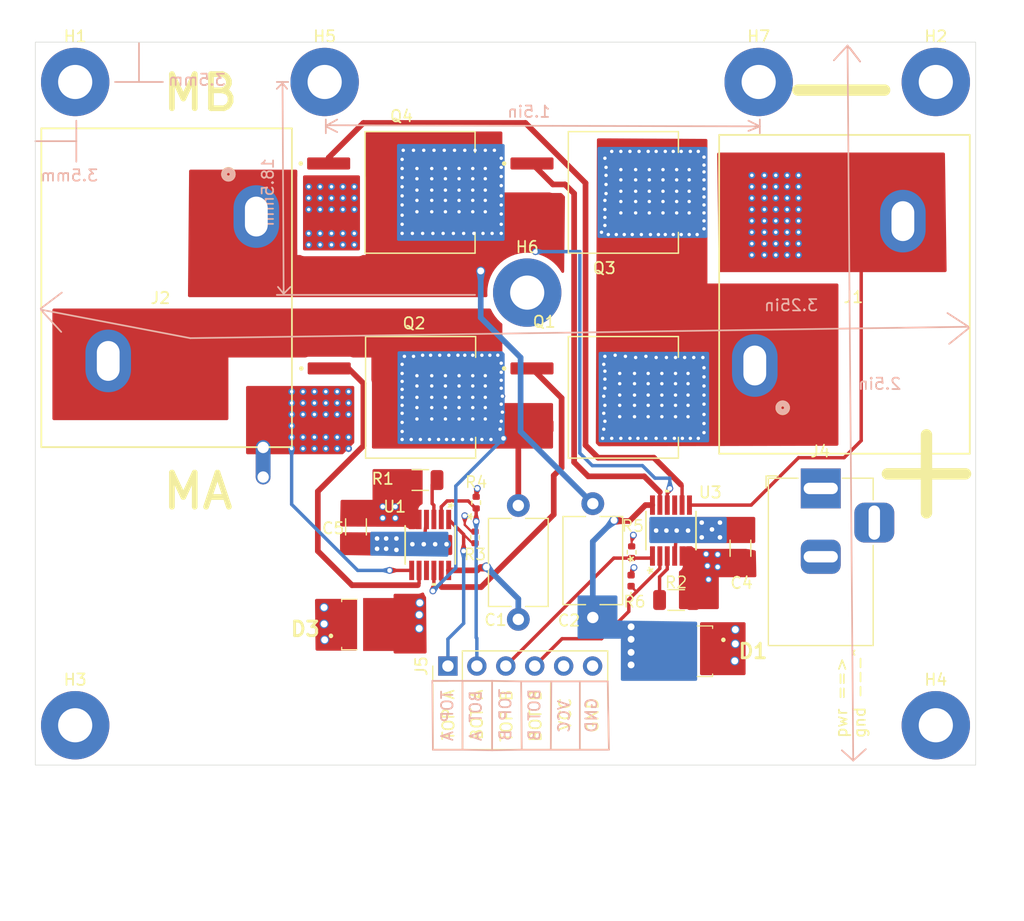
<source format=kicad_pcb>
(kicad_pcb (version 20240108) (generator "pcbnew") (generator_version "8.0")
  (layers (0 "F.Cu" signal) (1 "In1.Cu" signal) (2 "In2.Cu" signal) (31 "B.Cu" signal) (34 "B.Paste" user) (35 "F.Paste" user) (36 "B.SilkS" user "B.Silkscreen") (37 "F.SilkS" user "F.Silkscreen") (38 "B.Mask" user) (39 "F.Mask" user) (44 "Edge.Cuts" user))
  (net 0 "")
  (net 1 "SW1")
  (net 2 "SW2")
  (net 3 "GNDPWR")
  (net 4 "VIN")
  (net 5 "VCC")
  (net 6 "GND")
  (net 7 "Net-(Q1-G)")
  (net 8 "Net-(Q2-G)")
  (net 9 "Net-(Q3-G)")
  (net 10 "Net-(Q4-G)")
  (net 11 "Net-(U1-*FLT)")
  (net 12 "Net-(U3-*FLT)")
  (net 15 "TOPINB")
  (net 16 "BOTINB")
  (net 17 "TOPINA")
  (net 18 "BOTINA")
  (net 19 "BST_A")
  (net 20 "BST_B")
  (footprint "big_hbridge_fp:CONN_4DB-P108-02_TEC" (layer "F.Cu") (at 60.157671 36.022415 90)
    (property "Reference" "J1")
    (property "Value" "Screw_Terminal_01x02")
  )
  (footprint "Resistor_SMD:R_1206_3216Metric" (layer "F.Cu") (at 33.799999 38.462499)
    (property "Reference" "R1")
    (property "Value" "51k")
  )
  (footprint "Connector_BarrelJack:BarrelJack_Horizontal" (layer "F.Cu") (at 68.95 39.2 90)
    (property "Reference" "J4")
    (property "Value" "Barrel_Jack")
  )
  (footprint "Capacitor_THT:C_Disc_D7.5mm_W5.0mm_P10.00mm" (layer "F.Cu") (at 48.937501 50.537501 90)
    (property "Reference" "C2")
    (property "Value" "1uF")
  )
  (footprint "Resistor_SMD:R_0402_1005Metric" (layer "F.Cu") (at 38.7 40.445 90)
    (property "Reference" "R4")
    (property "Value" "100k")
  )
  (footprint "Connector_PinHeader_2.54mm:PinHeader_1x06_P2.54mm_Vertical" (layer "F.Cu") (at 36.22 54.8 90)
    (property "Reference" "J5")
    (property "Value" "Conn_01x06")
  )
  (footprint "big_hbridge_fp:FSV10120V" (layer "F.Cu") (at 56.5 53.5 180)
    (property "Reference" "D1")
    (property "Value" "FSV10120V" (hide yes))
  )
  (footprint "big_hbridge_fp:MSOP12_MSE_ADI-M" (layer "F.Cu") (at 34.662499 44.162499 -90)
    (property "Reference" "U1")
    (property "Value" "LTC7061EMSE-PBF")
  )
  (footprint "Capacitor_SMD:C_1206_3216Metric" (layer "F.Cu") (at 28.15 42.575 90)
    (property "Reference" "C5")
    (property "Value" "0.1uF")
  )
  (footprint "MountingHole:MountingHole_3mm_Pad" (layer "F.Cu") (at 3.5 60)
    (property "Reference" "H3")
    (property "Value" "MountingHole")
  )
  (footprint "big_hbridge_fp:TO254P1524X483-3N" (layer "F.Cu") (at 32.15 13.2)
    (property "Reference" "Q4")
    (property "Value" "NMOS")
  )
  (footprint "big_hbridge_fp:FSV10120V" (layer "F.Cu") (at 29.85 51.15)
    (property "Reference" "D3")
    (property "Value" "FSV10120V" (hide yes))
  )
  (footprint "Capacitor_THT:C_Disc_D7.5mm_W5.0mm_P10.00mm" (layer "F.Cu") (at 42.4 50.7 90)
    (property "Reference" "C1")
    (property "Value" "1uF")
  )
  (footprint "big_hbridge_fp:TO254P1524X483-3N" (layer "F.Cu") (at 50 31.2)
    (property "Reference" "Q1")
    (property "Value" "NMOS")
  )
  (footprint "MountingHole:MountingHole_3mm_Pad" (layer "F.Cu") (at 79.05 3.5)
    (property "Reference" "H2")
    (property "Value" "MountingHole")
  )
  (footprint "Resistor_SMD:R_1206_3216Metric" (layer "F.Cu") (at 56.2625 49 180)
    (property "Reference" "R2")
    (property "Value" "51k")
  )
  (footprint "LED_SMD:LED_0402_1005Metric" (layer "F.Cu") (at 52.3 47.3 90)
    (property "Reference" "R6")
    (property "Value" "100k")
  )
  (footprint "Capacitor_SMD:C_1206_3216Metric" (layer "F.Cu") (at 61.9 44.45 -90)
    (property "Reference" "C4")
    (property "Value" "0.1uF")
  )
  (footprint "MountingHole:MountingHole_3mm_Pad" (layer "F.Cu") (at 3.5 3.5)
    (property "Reference" "H1")
    (property "Value" "MountingHole")
  )
  (footprint "big_hbridge_fp:MSOP12_MSE_ADI-M" (layer "F.Cu") (at 55.8 42.9 90)
    (property "Reference" "U3")
    (property "Value" "~")
  )
  (footprint "big_hbridge_fp:TO254P1524X483-3N" (layer "F.Cu") (at 32.2 31.2)
    (property "Reference" "Q2")
    (property "Value" "NMOS")
  )
  (footprint "big_hbridge_fp:CONN_4DB-P108-02_TEC" (layer "F.Cu") (at 22.4 7.7 -90)
    (property "Reference" "J2")
    (property "Value" "Screw_Terminal_01x02")
  )
  (footprint "MountingHole:MountingHole_3mm_Pad" (layer "F.Cu") (at 79.05 60)
    (property "Reference" "H4")
    (property "Value" "MountingHole")
  )
  (footprint "big_hbridge_fp:TO254P1524X483-3N" (layer "F.Cu") (at 50 13.2)
    (property "Reference" "Q3")
    (property "Value" "NMOS")
  )
  (footprint "MountingHole:MountingHole_3mm_Pad" (layer "F.Cu") (at 63.5 3.5)
    (property "Reference" "H7")
    (property "Value" "MountingHole")
  )
  (footprint "MountingHole:MountingHole_3mm_Pad" (layer "F.Cu") (at 43.18 22)
    (property "Reference" "H6")
    (property "Value" "MountingHole")
  )
  (footprint "Resistor_SMD:R_0402_1005Metric" (layer "F.Cu") (at 38.6 43.5 90)
    (property "Reference" "R3")
    (property "Value" "100k")
  )
  (footprint "Resistor_SMD:R_0402_1005Metric" (layer "F.Cu") (at 52.35 44.8 90)
    (property "Reference" "R5")
    (property "Value" "100k")
  )
  (footprint "MountingHole:MountingHole_3mm_Pad" (layer "F.Cu") (at 25.4 3.5)
    (property "Reference" "H5")
    (property "Value" "MountingHole")
  )
  (footprint "NetTie:NetTie-2_THT_Pad1.0mm" (layer "F.Cu") (at 20 38.2 90)
    (property "Reference" "NT1" (hide yes))
    (property "Value" "NetTie_2" (hide yes))
  )
  (gr_line (start 71.8 63.1) (end 72.9 62.1) (stroke (width 0.15)) (layer "B.SilkS"))
  (gr_line (start 21.8 22.1) (end 21.3 21.5) (stroke (width 0.15)) (layer "B.SilkS"))
  (gr_line (start 9.1 3.5) (end 9.1 0.1) (stroke (width 0.15)) (layer "B.SilkS"))
  (gr_line (start 21.2 22.2) (end 38.6 22.2) (stroke (width 0.15)) (layer "B.SilkS"))
  (gr_line (start 63.6 8) (end 63.6 6.8) (stroke (width 0.15)) (layer "B.SilkS"))
  (gr_line (start 7 3.5) (end 11.2 3.5) (stroke (width 0.15)) (layer "B.SilkS"))
  (gr_line (start 21.7 3.5) (end 21.8 22.1) (stroke (width 0.15)) (layer "B.SilkS"))
  (gr_line (start 72.4 1.7) (end 71.3 0.3) (stroke (width 0.15)) (layer "B.SilkS"))
  (gr_line (start 71.5 0.5) (end 72.4 1.7) (stroke (width 0.15)) (layer "B.SilkS"))
  (gr_line (start 34.85 56.1) (end 34.9 62.15) (stroke (width 0.15)) (layer "B.SilkS"))
  (gr_line (start 42.7 62.15) (end 42.65 56.15) (stroke (width 0.15)) (layer "B.SilkS"))
  (gr_line (start 37.5 56.1) (end 40.1 56.1) (stroke (width 0.15)) (layer "B.SilkS"))
  (gr_line (start 40.1 62.2) (end 37.5 62.15) (stroke (width 0.15)) (layer "B.SilkS"))
  (gr_line (start 34.85 56.1) (end 37.5 56.1) (stroke (width 0.15)) (layer "B.SilkS"))
  (gr_line (start 63.6 7.4) (end 62.6 6.9) (stroke (width 0.15)) (layer "B.SilkS"))
  (gr_line (start 22.2 3.5) (end 21.2 3.5) (stroke (width 0.15)) (layer "B.SilkS"))
  (gr_line (start 71.8 63.1) (end 71.3 0.3) (stroke (width 0.15)) (layer "B.SilkS"))
  (gr_line (start 70.1 1.6) (end 71.3 0.3) (stroke (width 0.15)) (layer "B.SilkS"))
  (gr_line (start 50.35 62.15) (end 47.8 62.15) (stroke (width 0.15)) (layer "B.SilkS"))
  (gr_line (start 37.5 62.15) (end 37.5 56.1) (stroke (width 0.15)) (layer "B.SilkS"))
  (gr_line (start 13.6 26) (end 81.9 25) (stroke (width 0.15)) (layer "B.SilkS"))
  (gr_line (start 40.1 56.1) (end 40.1 62.2) (stroke (width 0.15)) (layer "B.SilkS"))
  (gr_line (start 13.6 26) (end 0.5 23.5) (stroke (width 0.15)) (layer "B.SilkS"))
  (gr_line (start 21.7 3.6) (end 22.1 4.1) (stroke (width 0.15)) (layer "B.SilkS"))
  (gr_line (start 25.5 7.4) (end 26.5 7.9) (stroke (width 0.15)) (layer "B.SilkS"))
  (gr_line (start 25.5 7.3) (end 63.6 7.4) (stroke (width 0.15)) (layer "B.SilkS"))
  (gr_line (start 21.8 22.1) (end 22.4 21.5) (stroke (width 0.15)) (layer "B.SilkS"))
  (gr_line (start 40.1 56.1) (end 42.65 56.15) (stroke (width 0.15)) (layer "B.SilkS"))
  (gr_line (start 34.9 62.15) (end 37.5 62.15) (stroke (width 0.15)) (layer "B.SilkS"))
  (gr_line (start 47.8 56.15) (end 50.25 56.15) (stroke (width 0.15)) (layer "B.SilkS"))
  (gr_line (start 0.475 23.4) (end 2.325 22) (stroke (width 0.15)) (layer "B.SilkS"))
  (gr_line (start 0.525 23.55) (end 2.275 25.45) (stroke (width 0.15)) (layer "B.SilkS"))
  (gr_line (start 45.3 56.15) (end 45.25 62.15) (stroke (width 0.15)) (layer "B.SilkS"))
  (gr_line (start 45.3 56.15) (end 47.8 56.15) (stroke (width 0.15)) (layer "B.SilkS"))
  (gr_line (start 42.65 56.15) (end 45.3 56.15) (stroke (width 0.15)) (layer "B.SilkS"))
  (gr_line (start 50.25 56.15) (end 50.35 62.15) (stroke (width 0.15)) (layer "B.SilkS"))
  (gr_line (start 25.6 7.3) (end 26.5 6.8) (stroke (width 0.15)) (layer "B.SilkS"))
  (gr_line (start 25.5 8) (end 25.5 6.8) (stroke (width 0.15)) (layer "B.SilkS"))
  (gr_line (start 81.975 25.1) (end 80.225 26.5) (stroke (width 0.15)) (layer "B.SilkS"))
  (gr_line (start 21.7 3.6) (end 21.2 4.1) (stroke (width 0.15)) (layer "B.SilkS"))
  (gr_line (start 45.25 62.15) (end 47.85 62.15) (stroke (width 0.15)) (layer "B.SilkS"))
  (gr_line (start 71.8 63.1) (end 70.8 62.2) (stroke (width 0.15)) (layer "B.SilkS"))
  (gr_line (start 47.8 62.15) (end 47.8 56.15) (stroke (width 0.15)) (layer "B.SilkS"))
  (gr_line (start 63.6 7.4) (end 62.6 7.8) (stroke (width 0.15)) (layer "B.SilkS"))
  (gr_line (start 3.6 6.9) (end 3.6 10.5) (stroke (width 0.15)) (layer "B.SilkS"))
  (gr_line (start 45.25 62.15) (end 42.7 62.15) (stroke (width 0.15)) (layer "B.SilkS"))
  (gr_line (start 40.1 62.2) (end 42.7 62.15) (stroke (width 0.15)) (layer "B.SilkS"))
  (gr_line (start 81.925 25) (end 80.075 23.8) (stroke (width 0.15)) (layer "B.SilkS"))
  (gr_line (start 3.6 8.7) (end 0 8.7) (stroke (width 0.15)) (layer "B.SilkS"))
  (gr_line (start 45.25 62.15) (end 47.8 62.15) (stroke (width 0.15)) (layer "F.SilkS"))
  (gr_line (start 42.7 62.15) (end 42.65 56.3) (stroke (width 0.15)) (layer "F.SilkS"))
  (gr_line (start 45.25 62.05) (end 45.25 56.3) (stroke (width 0.15)) (layer "F.SilkS"))
  (gr_line (start 34.89 56.4) (end 34.9 62.15) (stroke (width 0.15)) (layer "F.SilkS"))
  (gr_line (start 40.1 62.15) (end 40.1 56.3) (stroke (width 0.15)) (layer "F.SilkS"))
  (gr_line (start 37.5 62.15) (end 34.9 62.15) (stroke (width 0.15)) (layer "F.SilkS"))
  (gr_line (start 47.8 62.15) (end 47.8 56.3) (stroke (width 0.15)) (layer "F.SilkS"))
  (gr_line (start 42.7 62.15) (end 45.25 62.15) (stroke (width 0.15)) (layer "F.SilkS"))
  (gr_line (start 50.35 62.15) (end 50.25 56.3) (stroke (width 0.15)) (layer "F.SilkS"))
  (gr_line (start 47.8 62.15) (end 50.35 62.15) (stroke (width 0.15)) (layer "F.SilkS"))
  (gr_line (start 37.5 62.15) (end 40.1 62.15) (stroke (width 0.15)) (layer "F.SilkS"))
  (gr_line (start 37.49 56.3) (end 37.5 62.15) (stroke (width 0.15)) (layer "F.SilkS"))
  (gr_line (start 40.1 62.15) (end 42.7 62.15) (stroke (width 0.15)) (layer "F.SilkS"))
  (gr_rect (start 0 0) (end 82.55 63.5) (stroke (width 0.05)) (fill none) (layer "Edge.Cuts"))
  (gr_text "3.5mm" (at 16.8 3.9 0) (layer "B.SilkS") (effects (font (size 1 1)) (justify left bottom mirror)))
  (gr_text "TOP A" (at 36.75 56.85 90) (layer "B.SilkS") (effects (font (size 1 1)) (justify left bottom mirror)))
  (gr_text "VCC" (at 47 57.7 90) (layer "B.SilkS") (effects (font (size 1 1)) (justify left bottom mirror)))
  (gr_text "TOP B" (at 41.85 56.7 90) (layer "B.SilkS") (effects (font (size 1 1)) (justify left bottom mirror)))
  (gr_text "3.5mm\n" (at 5.6 12.3 0) (layer "B.SilkS") (effects (font (size 1 1)) (justify left bottom mirror)))
  (gr_text "3.25in" (at 68.8 23.7 0) (layer "B.SilkS") (effects (font (size 1 1)) (justify left bottom mirror)))
  (gr_text "1.5in" (at 45.3 6.7 0) (layer "B.SilkS") (effects (font (size 1 1)) (justify left bottom mirror)))
  (gr_text "GND" (at 49.4 57.5 90) (layer "B.SilkS") (effects (font (size 1 1)) (justify left bottom mirror)))
  (gr_text "BOT B" (at 44.4 56.7 90) (layer "B.SilkS") (effects (font (size 1 1)) (justify left bottom mirror)))
  (gr_text "18.5mm\n" (at 21 10.1 90) (layer "B.SilkS") (effects (font (size 1 1)) (justify left bottom mirror)))
  (gr_text "BOT A" (at 39.25 56.85 90) (layer "B.SilkS") (effects (font (size 1 1)) (justify left bottom mirror)))
  (gr_text "2.5in" (at 76.1 30.6 0) (layer "B.SilkS") (effects (font (size 1 1)) (justify left bottom mirror)))
  (gr_text "VCC" (at 47.1 60.55 90) (layer "F.SilkS") (effects (font (size 1 1)) (justify left bottom)))
  (gr_text "TOP B" (at 41.95 61.55 90) (layer "F.SilkS") (effects (font (size 1 1)) (justify left bottom)))
  (gr_text "\npwr ==>\ngnd ---^" (at 72.95 61.2 90) (layer "F.SilkS") (effects (font (size 1 1)) (justify left bottom)))
  (gr_text "BOT B" (at 44.5 61.55 90) (layer "F.SilkS") (effects (font (size 1 1)) (justify left bottom)))
  (gr_text "TOP A" (at 36.85 61.4 90) (layer "F.SilkS") (effects (font (size 1 1)) (justify left bottom)))
  (gr_text "GND" (at 49.5 60.75 90) (layer "F.SilkS") (effects (font (size 1 1)) (justify left bottom)))
  (gr_text "MA" (at 10.95 41.2 0) (layer "F.SilkS") (effects (font (size 3 3) (thickness 0.5) (bold yes)) (justify left bottom)))
  (gr_text "+" (at 72 42.5 0) (layer "F.SilkS") (effects (font (size 9 9) (thickness 1) (bold yes)) (justify left bottom)))
  (gr_text "-" (at 63.9 9.3 0) (layer "F.SilkS") (effects (font (size 10 10) (thickness 1)) (justify left bottom)))
  (gr_text "MB" (at 10.95 6.2 0) (layer "F.SilkS") (effects (font (size 3 3) (thickness 0.5) (bold yes)) (justify left bottom)))
  (gr_text "BOT A" (at 39.35 61.4 90) (layer "F.SilkS") (effects (font (size 1 1)) (justify left bottom)))
  (segment (start 34.987497 46.397699) (end 34.987497 48.112503) (width 0.3) (layer "F.Cu") (net 1))
  (segment (start 34.987497 48.112503) (end 34.9 48.2) (width 0.3) (layer "F.Cu") (net 1))
  (segment (start 42.4 40.7) (end 42.4 35.2) (width 0.5) (layer "F.Cu") (net 1))
  (via (at 38.4 33.1) (size 0.5) (drill 0.3) (layers "F.Cu" "B.Cu") (net 1))
  (via (at 33.5 30.2) (size 0.5) (drill 0.3) (layers "F.Cu" "B.Cu") (net 1))
  (via (at 32.2 34.2) (size 0.5) (drill 0.3) (layers "F.Cu" "B.Cu") (net 1))
  (via (at 38.4 29.3) (size 0.5) (drill 0.3) (layers "F.Cu" "B.Cu") (net 1))
  (via (at 34.8 32.1) (size 0.5) (drill 0.3) (layers "F.Cu" "B.Cu") (net 1))
  (via (at 39.5 29.3) (size 0.5) (drill 0.3) (layers "F.Cu" "B.Cu") (net 1))
  (via (at 39.5 33.1) (size 0.5) (drill 0.3) (layers "F.Cu" "B.Cu") (net 1))
  (via (at 37.1 27.5) (size 0.5) (drill 0.3) (layers "F.Cu" "B.Cu") (net 1))
  (via (at 37.2 29.3) (size 0.5) (drill 0.3) (layers "F.Cu" "B.Cu") (net 1))
  (via (at 32.2 33.4) (size 0.5) (drill 0.3) (layers "F.Cu" "B.Cu") (net 1))
  (via (at 39.9 27.5) (size 0.5) (drill 0.3) (layers "F.Cu" "B.Cu") (net 1))
  (via (at 32.2 29.8) (size 0.5) (drill 0.3) (layers "F.Cu" "B.Cu") (net 1))
  (via (at 38.4 31.2) (size 0.5) (drill 0.3) (layers "F.Cu" "B.Cu") (net 1))
  (via (at 40.9 29) (size 0.5) (drill 0.3) (layers "F.Cu" "B.Cu") (net 1))
  (via (at 33.8 34.9) (size 0.5) (drill 0.3) (layers "F.Cu" "B.Cu") (net 1))
  (via (at 39.5 30.2) (size 0.5) (drill 0.3) (layers "F.Cu" "B.Cu") (net 1))
  (via (at 33.2 27.6) (size 0.5) (drill 0.3) (layers "F.Cu" "B.Cu") (net 1))
  (via (at 40.9 29.7) (size 0.5) (drill 0.3) (layers "F.Cu" "B.Cu") (net 1))
  (via (at 39.5 31.2) (size 0.5) (drill 0.3) (layers "F.Cu" "B.Cu") (net 1))
  (via (at 41 32.5) (size 0.5) (drill 0.3) (layers "F.Cu" "B.Cu") (net 1))
  (via (at 37.5 34.9) (size 0.5) (drill 0.3) (layers "F.Cu" "B.Cu") (net 1))
  (via (at 35.5 27.5) (size 0.5) (drill 0.3) (layers "F.Cu" "B.Cu") (net 1))
  (via (at 32.2 34.9) (size 0.5) (drill 0.3) (layers "F.Cu" "B.Cu") (net 1))
  (via (at 34.6 34.9) (size 0.5) (drill 0.3) (layers "F.Cu" "B.Cu") (net 1))
  (via (at 40.9 28.2) (size 0.5) (drill 0.3) (layers "F.Cu" "B.Cu") (net 1))
  (via (at 36 29.3) (size 0.5) (drill 0.3) (layers "F.Cu" "B.Cu") (net 1))
  (via (at 39.2 34.9) (size 0.5) (drill 0.3) (layers "F.Cu" "B.Cu") (net 1))
  (via (at 34.8 33.1) (size 0.5) (drill 0.3) (layers "F.Cu" "B.Cu") (net 1))
  (via (at 36 32.1) (size 0.5) (drill 0.3) (layers "F.Cu" "B.Cu") (net 1))
  (via (at 34.9 48.2) (size 0.6) (drill 0.4) (layers "F.Cu" "B.Cu") (net 1))
  (via (at 33.5 29.3) (size 0.5) (drill 0.3) (layers "F.Cu" "B.Cu") (net 1))
  (via (at 32.2 31.9) (size 0.5) (drill 0.3) (layers "F.Cu" "B.Cu") (net 1))
  (via (at 32.2 31.2) (size 0.5) (drill 0.3) (layers "F.Cu" "B.Cu") (net 1))
  (via (at 37.2 32.1) (size 0.5) (drill 0.3) (layers "F.Cu" "B.Cu") (net 1))
  (via (at 37.2 33.1) (size 0.5) (drill 0.3) (layers "F.Cu" "B.Cu") (net 1))
  (via (at 33.5 31.2) (size 0.5) (drill 0.3) (layers "F.Cu" "B.Cu") (net 1))
  (via (at 41.1 34.8) (size 0.6) (drill 0.4) (layers "F.Cu" "B.Cu") (net 1))
  (via (at 39.2 27.5) (size 0.5) (drill 0.3) (layers "F.Cu" "B.Cu") (net 1))
  (via (at 35.4 34.9) (size 0.5) (drill 0.3) (layers "F.Cu" "B.Cu") (net 1))
  (via (at 33 34.9) (size 0.5) (drill 0.3) (layers "F.Cu" "B.Cu") (net 1))
  (via (at 34 27.5) (size 0.5) (drill 0.3) (layers "F.Cu" "B.Cu") (net 1))
  (via (at 32.4 27.6) (size 0.5) (drill 0.3) (layers "F.Cu" "B.Cu") (net 1))
  (via (at 32.2 32.6) (size 0.5) (drill 0.3) (layers "F.Cu" "B.Cu") (net 1))
  (via (at 33.5 32.1) (size 0.5) (drill 0.3) (layers "F.Cu" "B.Cu") (net 1))
  (via (at 36.7 34.9) (size 0.5) (drill 0.3) (layers "F.Cu" "B.Cu") (net 1))
  (via (at 40.6 27.5) (size 0.5) (drill 0.3) (layers "F.Cu" "B.Cu") (net 1))
  (via (at 36 31.2) (size 0.5) (drill 0.3) (layers "F.Cu" "B.Cu") (net 1))
  (via (at 34.8 29.3) (size 0.5) (drill 0.3) (layers "F.Cu" "B.Cu") (net 1))
  (via (at 36.1 34.9) (size 0.5) (drill 0.3) (layers "F.Cu" "B.Cu") (net 1))
  (via (at 37.2 31.2) (size 0.5) (drill 0.3) (layers "F.Cu" "B.Cu") (net 1))
  (via (at 32.2 30.5) (size 0.5) (drill 0.3) (layers "F.Cu" "B.Cu") (net 1))
  (via (at 41 31.1) (size 0.5) (drill 0.3) (layers "F.Cu" "B.Cu") (net 1))
  (via (at 40.9 30.4) (size 0.5) (drill 0.3) (layers "F.Cu" "B.Cu") (net 1))
  (via (at 40.9 31.8) (size 0.5) (drill 0.3) (layers "F.Cu" "B.Cu") (net 1))
  (via (at 38.3 34.9) (size 0.5) (drill 0.3) (layers "F.Cu" "B.Cu") (net 1))
  (via (at 34.7 27.5) (size 0.5) (drill 0.3) (layers "F.Cu" "B.Cu") (net 1))
  (via (at 38.4 30.2) (size 0.5) (drill 0.3) (layers "F.Cu" "B.Cu") (net 1))
  (via (at 40.8 34) (size 0.5) (drill 0.3) (layers "F.Cu" "B.Cu") (net 1))
  (via (at 38.4 27.5) (size 0.5) (drill 0.3) (layers "F.Cu" "B.Cu") (net 1))
  (via (at 32.2 28.3) (size 0.5) (drill 0.3) (layers "F.Cu" "B.Cu") (net 1))
  (via (at 38.4 32.1) (size 0.5) (drill 0.3) (layers "F.Cu" "B.Cu") (net 1))
  (via (at 39.5 32.1) (size 0.5) (drill 0.3) (layers "F.Cu" "B.Cu") (net 1))
  (via (at 34.8 31.2) (size 0.5) (drill 0.3) (layers "F.Cu" "B.Cu") (net 1))
  (via (at 37.2 30.2) (size 0.5) (drill 0.3) (layers "F.Cu" "B.Cu") (net 1))
  (via (at 34.8 30.2) (size 0.5) (drill 0.3) (layers "F.Cu" "B.Cu") (net 1))
  (via (at 40.9 33.3) (size 0.5) (drill 0.3) (layers "F.Cu" "B.Cu") (net 1))
  (via (at 32.2 29.1) (size 0.5) (drill 0.3) (layers "F.Cu" "B.Cu") (net 1))
  (via (at 37.7 27.5) (size 0.5) (drill 0.3) (layers "F.Cu" "B.Cu") (net 1))
  (via (at 36 30.2) (size 0.5) (drill 0.3) (layers "F.Cu" "B.Cu") (net 1))
  (via (at 36 33.1) (size 0.5) (drill 0.3) (layers "F.Cu" "B.Cu") (net 1))
  (via (at 40 34.9) (size 0.5) (drill 0.3) (layers "F.Cu" "B.Cu") (net 1))
  (via (at 36.3 27.5) (size 0.5) (drill 0.3) (layers "F.Cu" "B.Cu") (net 1))
  (via (at 33.5 33.1) (size 0.5) (drill 0.3) (layers "F.Cu" "B.Cu") (net 1))
  (segment (start 34.9 48.2) (end 36.912499 46.187501) (width 0.3) (layer "B.Cu") (net 1))
  (segment (start 36.912499 38.987501) (end 41.1 34.8) (width 0.3) (layer "B.Cu") (net 1))
  (segment (start 36.912499 46.187501) (end 36.912499 38.987501) (width 0.3) (layer "B.Cu") (net 1))
  (segment (start 55.475002 40.6648) (end 55.475002 39.424998) (width 0.3) (layer "F.Cu") (net 2))
  (segment (start 55.475002 39.424998) (end 55.7 39.2) (width 0.3) (layer "F.Cu") (net 2))
  (via (at 39.5 9.5) (size 0.5) (drill 0.3) (layers "F.Cu" "B.Cu") (net 2))
  (via (at 39.5 12) (size 0.5) (drill 0.3) (layers "F.Cu" "B.Cu") (net 2))
  (via (at 40.9 11) (size 0.5) (drill 0.3) (layers "F.Cu" "B.Cu") (net 2))
  (via (at 33.2 9.5) (size 0.5) (drill 0.3) (layers "F.Cu" "B.Cu") (net 2))
  (via (at 32.2 16) (size 0.5) (drill 0.3) (layers "F.Cu" "B.Cu") (net 2))
  (via (at 34.9 16.8) (size 0.5) (drill 0.3) (layers "F.Cu" "B.Cu") (net 2))
  (via (at 37.6 16.8) (size 0.5) (drill 0.3) (layers "F.Cu" "B.Cu") (net 2))
  (via (at 36 13) (size 0.5) (drill 0.3) (layers "F.Cu" "B.Cu") (net 2))
  (via (at 37.2 13) (size 0.5) (drill 0.3) (layers "F.Cu" "B.Cu") (net 2))
  (via (at 38.4 13) (size 0.5) (drill 0.3) (layers "F.Cu" "B.Cu") (net 2))
  (via (at 38.4 12) (size 0.5) (drill 0.3) (layers "F.Cu" "B.Cu") (net 2))
  (via (at 38.4 14.9) (size 0.5) (drill 0.3) (layers "F.Cu" "B.Cu") (net 2))
  (via (at 33.1 16.8) (size 0.5) (drill 0.3) (layers "F.Cu" "B.Cu") (net 2))
  (via (at 32.3 9.5) (size 0.5) (drill 0.3) (layers "F.Cu" "B.Cu") (net 2))
  (via (at 40.9 13.5) (size 0.5) (drill 0.3) (layers "F.Cu" "B.Cu") (net 2))
  (via (at 34 16.8) (size 0.5) (drill 0.3) (layers "F.Cu" "B.Cu") (net 2))
  (via (at 40.9 10.2) (size 0.5) (drill 0.3) (layers "F.Cu" "B.Cu") (net 2))
  (via (at 34.1 9.5) (size 0.5) (drill 0.3) (layers "F.Cu" "B.Cu") (net 2))
  (via (at 36.8 9.5) (size 0.5) (drill 0.3) (layers "F.Cu" "B.Cu") (net 2))
  (via (at 39.1 20.1) (size 0.8) (drill 0.6) (layers "F.Cu" "B.Cu") (net 2))
  (via (at 40.9 15.1) (size 0.5) (drill 0.3) (layers "F.Cu" "B.Cu") (net 2))
  (via (at 40.3 9.5) (size 0.5) (drill 0.3) (layers "F.Cu" "B.Cu") (net 2))
  (via (at 39.5 14.9) (size 0.5) (drill 0.3) (layers "F.Cu" "B.Cu") (net 2))
  (via (at 33.5 12) (size 0.5) (drill 0.3) (layers "F.Cu" "B.Cu") (net 2))
  (via (at 40.9 16) (size 0.5) (drill 0.3) (layers "F.Cu" "B.Cu") (net 2))
  (via (at 34.8 13) (size 0.5) (drill 0.3) (layers "F.Cu" "B.Cu") (net 2))
  (via (at 32.2 13.5) (size 0.5) (drill 0.3) (layers "F.Cu" "B.Cu") (net 2))
  (via (at 38.5 16.8) (size 0.5) (drill 0.3) (layers "F.Cu" "B.Cu") (net 2))
  (via (at 32.2 15.2) (size 0.5) (drill 0.3) (layers "F.Cu" "B.Cu") (net 2))
  (via (at 39.3 16.8) (size 0.5) (drill 0.3) (layers "F.Cu" "B.Cu") (net 2))
  (via (at 32.2 11.1) (size 0.5) (drill 0.3) (layers "F.Cu" "B.Cu") (net 2))
  (via (at 32.2 10.3) (size 0.5) (drill 0.3) (layers "F.Cu" "B.Cu") (net 2))
  (via (at 40.9 12.6) (size 0.5) (drill 0.3) (layers "F.Cu" "B.Cu") (net 2))
  (via (at 34.8 13.9) (size 0.5) (drill 0.3) (layers "F.Cu" "B.Cu") (net 2))
  (via (at 39.5 13) (size 0.5) (drill 0.3) (layers "F.Cu" "B.Cu") (net 2))
  (via (at 39.5 13.9) (size 0.5) (drill 0.3) (layers "F.Cu" "B.Cu") (net 2))
  (via (at 37.2 14.9) (size 0.5) (drill 0.3) (layers "F.Cu" "B.Cu") (net 2))
  (via (at 38.4 11.1) (size 0.5) (drill 0.3) (layers "F.Cu" "B.Cu") (net 2))
  (via (at 55.7 39.2) (size 0.6) (drill 0.4) (layers "F.Cu" "B.Cu") (net 2))
  (via (at 40.9 16.8) (size 0.5) (drill 0.3) (layers "F.Cu" "B.Cu") (net 2))
  (via (at 36 11.1) (size 0.5) (drill 0.3) (layers "F.Cu" "B.Cu") (net 2))
  (via (at 35 9.5) (size 0.5) (drill 0.3) (layers "F.Cu" "B.Cu") (net 2))
  (via (at 32.2 11.9) (size 0.5) (drill 0.3) (layers "F.Cu" "B.Cu") (net 2))
  (via (at 33.5 11.1) (size 0.5) (drill 0.3) (layers "F.Cu" "B.Cu") (net 2))
  (via (at 36.7 16.8) (size 0.5) (drill 0.3) (layers "F.Cu" "B.Cu") (net 2))
  (via (at 38.4 13.9) (size 0.5) (drill 0.3) (layers "F.Cu" "B.Cu") (net 2))
  (via (at 33.5 13.9) (size 0.5) (drill 0.3) (layers "F.Cu" "B.Cu") (net 2))
  (via (at 32.2 16.8) (size 0.5) (drill 0.3) (layers "F.Cu" "B.Cu") (net 2))
  (via (at 32.2 14.3) (size 0.5) (drill 0.3) (layers "F.Cu" "B.Cu") (net 2))
  (via (at 34.8 11.1) (size 0.5) (drill 0.3) (layers "F.Cu" "B.Cu") (net 2))
  (via (at 40.1 16.8) (size 0.5) (drill 0.3) (layers "F.Cu" "B.Cu") (net 2))
  (via (at 37.2 11.1) (size 0.5) (drill 0.3) (layers "F.Cu" "B.Cu") (net 2))
  (via (at 34.8 12) (size 0.5) (drill 0.3) (layers "F.Cu" "B.Cu") (net 2))
  (via (at 36 12) (size 0.5) (drill 0.3) (layers "F.Cu" "B.Cu") (net 2))
  (via (at 36 14.9) (size 0.5) (drill 0.3) (layers "F.Cu" "B.Cu") (net 2))
  (via (at 37.7 9.5) (size 0.5) (drill 0.3) (layers "F.Cu" "B.Cu") (net 2))
  (via (at 38.6 9.5) (size 0.5) (drill 0.3) (layers "F.Cu" "B.Cu") (net 2))
  (via (at 40.9 14.3) (size 0.5) (drill 0.3) (layers "F.Cu" "B.Cu") (net 2))
  (via (at 43.9 18.4) (size 0.6) (drill 0.4) (layers "F.Cu" "B.Cu") (net 2))
  (via (at 35.9 9.5) (size 0.5) (drill 0.3) (layers "F.Cu" "B.Cu") (net 2))
  (via (at 39.5 11.1) (size 0.5) (drill 0.3) (layers "F.Cu" "B.Cu") (net 2))
  (via (at 34.8 14.9) (size 0.5) (drill 0.3) (layers "F.Cu" "B.Cu") (net 2))
  (via (at 40.9 11.8) (size 0.5) (drill 0.3) (layers "F.Cu" "B.Cu") (net 2))
  (via (at 33.5 14.9) (size 0.5) (drill 0.3) (layers "F.Cu" "B.Cu") (net 2))
  (via (at 33.5 13) (size 0.5) (drill 0.3) (layers "F.Cu" "B.Cu") (net 2))
  (via (at 32.2 12.7) (size 0.5) (drill 0.3) (layers "F.Cu" "B.Cu") (net 2))
  (via (at 36 13.9) (size 0.5) (drill 0.3) (layers "F.Cu" "B.Cu") (net 2))
  (via (at 37.2 13.9) (size 0.5) (drill 0.3) (layers "F.Cu" "B.Cu") (net 2))
  (via (at 35.8 16.8) (size 0.5) (drill 0.3) (layers "F.Cu" "B.Cu") (net 2))
  (via (at 37.2 12) (size 0.5) (drill 0.3) (layers "F.Cu" "B.Cu") (net 2))
  (segment (start 54.4 38.3) (end 55.7 38.3) (width 0.3) (layer "B.Cu") (net 2))
  (segment (start 42.6 27.7) (end 39.1 24.2) (width 0.5) (layer "B.Cu") (net 2))
  (segment (start 42.6 34.2) (end 42.6 27.7) (width 0.5) (layer "B.Cu") (net 2))
  (segment (start 55.7 38.3) (end 55.7 39.2) (width 0.3) (layer "B.Cu") (net 2))
  (segment (start 53.3 37.2) (end 54.4 38.3) (width 0.3) (layer "B.Cu") (net 2))
  (segment (start 48.9 37.2) (end 53.3 37.2) (width 0.3) (layer "B.Cu") (net 2))
  (segment (start 47.8 18.4) (end 47.8 36.1) (width 0.3) (layer "B.Cu") (net 2))
  (segment (start 39.1 24.2) (end 39.1 20.1) (width 0.5) (layer "B.Cu") (net 2))
  (segment (start 48.937501 40.537501) (end 42.6 34.2) (width 0.5) (layer "B.Cu") (net 2))
  (segment (start 47.8 36.1) (end 48.9 37.2) (width 0.3) (layer "B.Cu") (net 2))
  (segment (start 43.9 18.4) (end 47.8 18.4) (width 0.3) (layer "B.Cu") (net 2))
  (segment (start 62.8352 40.6648) (end 67 36.5) (width 0.3) (layer "F.Cu") (net 3))
  (segment (start 57.425001 40.6648) (end 62.8352 40.6648) (width 0.3) (layer "F.Cu") (net 3))
  (segment (start 31.102301 46.397699) (end 31.1 46.4) (width 0.3) (layer "F.Cu") (net 3))
  (segment (start 67 36.5) (end 71 36.5) (width 0.3) (layer "F.Cu") (net 3))
  (segment (start 72.5 35) (end 72.5 19.95) (width 0.3) (layer "F.Cu") (net 3))
  (segment (start 71 36.5) (end 72.5 35) (width 0.3) (layer "F.Cu") (net 3))
  (segment (start 33.037498 46.397699) (end 31.102301 46.397699) (width 0.3) (layer "F.Cu") (net 3))
  (via (at 31.1 46.4) (size 0.6) (drill 0.4) (layers "F.Cu" "B.Cu") (net 3))
  (via (at 22.5 32.7) (size 0.6) (drill 0.3) (layers "F.Cu" "B.Cu") (net 3))
  (via (at 64 13.7) (size 0.6) (drill 0.3) (layers "F.Cu" "B.Cu") (net 3))
  (via (at 26 13.7) (size 0.6) (drill 0.3) (layers "F.Cu" "B.Cu") (net 3))
  (via (at 66 14.7) (size 0.6) (drill 0.3) (layers "F.Cu" "B.Cu") (net 3))
  (via (at 26.5 32.7) (size 0.6) (drill 0.3) (layers "F.Cu" "B.Cu") (net 3))
  (via (at 22.5 30.7) (size 0.6) (drill 0.3) (layers "F.Cu" "B.Cu") (net 3))
  (via (at 26 14.7) (size 0.6) (drill 0.3) (layers "F.Cu" "B.Cu") (net 3))
  (via (at 67 15.7) (size 0.6) (drill 0.3) (layers "F.Cu" "B.Cu") (net 3))
  (via (at 23.5 34.7) (size 0.6) (drill 0.3) (layers "F.Cu" "B.Cu") (net 3))
  (via (at 65 16.7) (size 0.6) (drill 0.3) (layers "F.Cu" "B.Cu") (net 3))
  (via (at 66 15.7) (size 0.6) (drill 0.3) (layers "F.Cu" "B.Cu") (net 3))
  (via (at 22.5 34.7) (size 0.6) (drill 0.3) (layers "F.Cu" "B.Cu") (net 3))
  (via (at 25.5 31.7) (size 0.6) (drill 0.3) (layers "F.Cu" "B.Cu") (net 3))
  (via (at 67 11.7) (size 0.6) (drill 0.3) (layers "F.Cu" "B.Cu") (net 3))
  (via (at 64 15.7) (size 0.6) (drill 0.3) (layers "F.Cu" "B.Cu") (net 3))
  (via (at 65 11.7) (size 0.6) (drill 0.3) (layers "F.Cu" "B.Cu") (net 3))
  (via (at 26.5 30.7) (size 0.6) (drill 0.3) (layers "F.Cu" "B.Cu") (net 3))
  (via (at 67 16.7) (size 0.6) (drill 0.3) (layers "F.Cu" "B.Cu") (net 3))
  (via (at 64 18.7) (size 0.6) (drill 0.3) (layers "F.Cu" "B.Cu") (net 3))
  (via (at 26.5 34.7) (size 0.6) (drill 0.3) (layers "F.Cu" "B.Cu") (net 3))
  (via (at 62.9 18.7) (size 0.6) (drill 0.3) (layers "F.Cu" "B.Cu") (net 3))
  (via (at 25 14.7) (size 0.6) (drill 0.3) (layers "F.Cu" "B.Cu") (net 3))
  (via (at 26.5 35.7) (size 0.6) (drill 0.3) (layers "F.Cu" "B.Cu") (net 3))
  (via (at 27 12.7) (size 0.6) (drill 0.3) (layers "F.Cu" "B.Cu") (net 3))
  (via (at 25 13.7) (size 0.6) (drill 0.3) (layers "F.Cu" "B.Cu") (net 3))
  (via (at 65 15.7) (size 0.6) (drill 0.3) (layers "F.Cu" "B.Cu") (net 3))
  (via (at 65 12.7) (size 0.6) (drill 0.3) (layers "F.Cu" "B.Cu") (net 3))
  (via (at 67 17.7) (size 0.6) (drill 0.3) (layers "F.Cu" "B.Cu") (net 3))
  (via (at 27.5 35.7) (size 0.6) (drill 0.3) (layers "F.Cu" "B.Cu") (net 3))
  (via (at 28 13.7) (size 0.6) (drill 0.3) (layers "F.Cu" "B.Cu") (net 3))
  (via (at 67 13.7) (size 0.6) (drill 0.3) (layers "F.Cu" "B.Cu") (net 3))
  (via (at 25.5 34.7) (size 0.6) (drill 0.3) (layers "F.Cu" "B.Cu") (net 3))
  (via (at 62.9 14.7) (size 0.6) (drill 0.3) (layers "F.Cu" "B.Cu") (net 3))
  (via (at 28 17.8) (size 0.6) (drill 0.3) (layers "F.Cu" "B.Cu") (net 3))
  (via (at 22.5 33.7) (size 0.6) (drill 0.3) (layers "F.Cu" "B.Cu") (net 3))
  (via (at 22.5 35.7) (size 0.6) (drill 0.3) (layers "F.Cu" "B.Cu") (net 3))
  (via (at 25 12.7) (size 0.6) (drill 0.3) (layers "F.Cu" "B.Cu") (net 3))
  (via (at 23.5 35.7) (size 0.6) (drill 0.3) (layers "F.Cu" "B.Cu") (net 3))
  (via (at 64 17.7) (size 0.6) (drill 0.3) (layers "F.Cu" "B.Cu") (net 3))
  (via (at 24 13.7) (size 0.6) (drill 0.3) (layers "F.Cu" "B.Cu") (net 3))
  (via (at 27.5 31.7) (size 0.6) (drill 0.3) (layers "F.Cu" "B.Cu") (net 3))
  (via (at 27.5 34.7) (size 0.6) (drill 0.3) (layers "F.Cu" "B.Cu") (net 3))
  (via (at 66 13.7) (size 0.6) (drill 0.3) (layers "F.Cu" "B.Cu") (net 3))
  (via (at 64 14.7) (size 0.6) (drill 0.3) (layers "F.Cu" "B.Cu") (net 3))
  (via (at 25.5 30.7) (size 0.6) (drill 0.3) (layers "F.Cu" "B.Cu") (net 3))
  (via (at 25 16.8) (size 0.6) (drill 0.3) (layers "F.Cu" "B.Cu") (net 3))
  (via (at 24 17.8) (size 0.6) (drill 0.3) (layers "F.Cu" "B.Cu") (net 3))
  (via (at 65 18.7) (size 0.6) (drill 0.3) (layers "F.Cu" "B.Cu") (net 3))
  (via (at 24 14.7) (size 0.6) (drill 0.3) (layers "F.Cu" "B.Cu") (net 3))
  (via (at 23.5 32.7) (size 0.6) (drill 0.3) (layers "F.Cu" "B.Cu") (net 3))
  (via (at 24.5 31.7) (size 0.6) (drill 0.3) (layers "F.Cu" "B.Cu") (net 3))
  (via (at 66 18.7) (size 0.6) (drill 0.3) (layers "F.Cu" "B.Cu") (net 3))
  (via (at 22.5 31.7) (size 0.6) (drill 0.3) (layers "F.Cu" "B.Cu") (net 3))
  (via (at 62.9 17.7) (size 0.6) (drill 0.3) (layers "F.Cu" "B.Cu") (net 3))
  (via (at 65 13.7) (size 0.6) (drill 0.3) (layers "F.Cu" "B.Cu") (net 3))
  (via (at 24 16.8) (size 0.6) (drill 0.3) (layers "F.Cu" "B.Cu") (net 3))
  (via (at 26.5 31.7) (size 0.6) (drill 0.3) (layers "F.Cu" "B.Cu") (net 3))
  (via (at 24 12.7) (size 0.6) (drill 0.3) (layers "F.Cu" "B.Cu") (net 3))
  (via (at 28 14.7) (size 0.6) (drill 0.3) (layers "F.Cu" "B.Cu") (net 3))
  (via (at 25.5 32.7) (size 0.6) (drill 0.3) (layers "F.Cu" "B.Cu") (net 3))
  (via (at 24.5 35.7) (size 0.6) (drill 0.3) (layers "F.Cu" "B.Cu") (net 3))
  (via (at 66 16.7) (size 0.6) (drill 0.3) (layers "F.Cu" "B.Cu") (net 3))
  (via (at 64 11.7) (size 0.6) (drill 0.3) (layers "F.Cu" "B.Cu") (net 3))
  (via (at 27 16.8) (size 0.6) (drill 0.3) (layers "F.Cu" "B.Cu") (net 3))
  (via (at 25 17.8) (size 0.6) (drill 0.3) (layers "F.Cu" "B.Cu") (net 3))
  (via (at 24.5 30.7) (size 0.6) (drill 0.3) (layers "F.Cu" "B.Cu") (net 3))
  (via (at 64 16.7) (size 0.6) (drill 0.3) (layers "F.Cu" "B.Cu") (net 3))
  (via (at 62.9 16.7) (size 0.6) (drill 0.3) (layers "F.Cu" "B.Cu") (net 3))
  (via (at 62.9 13.7) (size 0.6) (drill 0.3) (layers "F.Cu" "B.Cu") (net 3))
  (via (at 65 14.7) (size 0.6) (drill 0.3) (layers "F.Cu" "B.Cu") (net 3))
  (via (at 66 12.7) (size 0.6) (drill 0.3) (layers "F.Cu" "B.Cu") (net 3))
  (via (at 66 11.7) (size 0.6) (drill 0.3) (layers "F.Cu" "B.Cu") (net 3))
  (via (at 25.5 35.7) (size 0.6) (drill 0.3) (layers "F.Cu" "B.Cu") (net 3))
  (via (at 28 16.8) (size 0.6) (drill 0.3) (layers "F.Cu" "B.Cu") (net 3))
  (via (at 27.5 30.7) (size 0.6) (drill 0.3) (layers "F.Cu" "B.Cu") (net 3))
  (via (at 28 12.7) (size 0.6) (drill 0.3) (layers "F.Cu" "B.Cu") (net 3))
  (via (at 26 12.7) (size 0.6) (drill 0.3) (layers "F.Cu" "B.Cu") (net 3))
  (via (at 66 17.7) (size 0.6) (drill 0.3) (layers "F.Cu" "B.Cu") (net 3))
  (via (at 67 14.7) (size 0.6) (drill 0.3) (layers "F.Cu" "B.Cu") (net 3))
  (via (at 67 18.7) (size 0.6) (drill 0.3) (layers "F.Cu" "B.Cu") (net 3))
  (via (at 27 17.8) (size 0.6) (drill 0.3) (layers "F.Cu" "B.Cu") (net 3))
  (via (at 23.5 31.7) (size 0.6) (drill 0.3) (layers "F.Cu" "B.Cu") (net 3))
  (via (at 27 14.7) (size 0.6) (drill 0.3) (layers "F.Cu" "B.Cu") (net 3))
  (via (at 65 17.7) (size 0.6) (drill 0.3) (layers "F.Cu" "B.Cu") (net 3))
  (via (at 26 16.8) (size 0.6) (drill 0.3) (layers "F.Cu" "B.Cu") (net 3))
  (via (at 62.9 12.7) (size 0.6) (drill 0.3) (layers "F.Cu" "B.Cu") (net 3))
  (via (at 27.5 32.7) (size 0.6) (drill 0.3) (layers "F.Cu" "B.Cu") (net 3))
  (via (at 62.9 11.7) (size 0.6) (drill 0.3) (layers "F.Cu" "B.Cu") (net 3))
  (via (at 64 12.7) (size 0.6) (drill 0.3) (layers "F.Cu" "B.Cu") (net 3))
  (via (at 27 13.7) (size 0.6) (drill 0.3) (layers "F.Cu" "B.Cu") (net 3))
  (via (at 24.5 32.7) (size 0.6) (drill 0.3) (layers "F.Cu" "B.Cu") (net 3))
  (via (at 67 12.7) (size 0.6) (drill 0.3) (layers "F.Cu" "B.Cu") (net 3))
  (via (at 26 17.8) (size 0.6) (drill 0.3) (layers "F.Cu" "B.Cu") (net 3))
  (via (at 23.5 30.7) (size 0.6) (drill 0.3) (layers "F.Cu" "B.Cu") (net 3))
  (via (at 24.5 34.7) (size 0.6) (drill 0.3) (layers "F.Cu" "B.Cu") (net 3))
  (via (at 62.9 15.7) (size 0.6) (drill 0.3) (layers "F.Cu" "B.Cu") (net 3))
  (segment (start 22.5 40.6) (end 22.5 35.7) (width 0.3) (layer "B.Cu") (net 3))
  (segment (start 28.3 46.4) (end 22.5 40.6) (width 0.3) (layer "B.Cu") (net 3))
  (segment (start 31.1 46.4) (end 28.3 46.4) (width 0.3) (layer "B.Cu") (net 3))
  (via (at 57.4 14) (size 0.5) (drill 0.3) (layers "F.Cu" "B.Cu") (net 4))
  (via (at 50 30.4) (size 0.5) (drill 0.3) (layers "F.Cu" "B.Cu") (net 4))
  (via (at 57 27.7) (size 0.5) (drill 0.3) (layers "F.Cu" "B.Cu") (net 4))
  (via (at 56.3 14) (size 0.5) (drill 0.3) (layers "F.Cu" "B.Cu") (net 4))
  (via (at 53.8 30) (size 0.5) (drill 0.3) (layers "F.Cu" "B.Cu") (net 4))
  (via (at 53.8 9.6) (size 0.5) (drill 0.3) (layers "F.Cu" "B.Cu") (net 4))
  (via (at 52.7 27.7) (size 0.5) (drill 0.3) (layers "F.Cu" "B.Cu") (net 4))
  (via (at 56.3 12.1) (size 0.5) (drill 0.3) (layers "F.Cu" "B.Cu") (net 4))
  (via (at 58.1 16.9) (size 0.5) (drill 0.3) (layers "F.Cu" "B.Cu") (net 4))
  (via (at 55.1 15) (size 0.5) (drill 0.3) (layers "F.Cu" "B.Cu") (net 4))
  (via (at 55.1 13.1) (size 0.5) (drill 0.3) (layers "F.Cu" "B.Cu") (net 4))
  (via (at 56.7 16.9) (size 0.5) (drill 0.3) (layers "F.Cu" "B.Cu") (net 4))
  (via (at 53.9 11.2) (size 0.5) (drill 0.3) (layers "F.Cu" "B.Cu") (net 4))
  (via (at 56 9.6) (size 0.5) (drill 0.3) (layers "F.Cu" "B.Cu") (net 4))
  (via (at 57.4 15) (size 0.5) (drill 0.3) (layers "F.Cu" "B.Cu") (net 4))
  (via (at 56.2 31.9) (size 0.5) (drill 0.3) (layers "F.Cu" "B.Cu") (net 4))
  (via (at 55.3 9.6) (size 0.5) (drill 0.3) (layers "F.Cu" "B.Cu") (net 4))
  (via (at 52.7 15) (size 0.5) (drill 0.3) (layers "F.Cu" "B.Cu") (net 4))
  (via (at 53.8 29.1) (size 0.5) (drill 0.3) (layers "F.Cu" "B.Cu") (net 4))
  (via (at 56.7 9.6) (size 0.5) (drill 0.3) (layers "F.Cu" "B.Cu") (net 4))
  (via (at 50 27.6) (size 0.5) (drill 0.3) (layers "F.Cu" "B.Cu") (net 4))
  (via (at 50.6 9.6) (size 0.5) (drill 0.3) (layers "F.Cu" "B.Cu") (net 4))
  (via (at 56.2 27.7) (size 0.5) (drill 0.3) (layers "F.Cu" "B.Cu") (net 4))
  (via (at 58.7 10.8) (size 0.5) (drill 0.3) (layers "F.Cu" "B.Cu") (net 4))
  (via (at 55.1 14) (size 0.5) (drill 0.3) (layers "F.Cu" "B.Cu") (net 4))
  (via (at 56.3 15) (size 0.5) (drill 0.3) (layers "F.Cu" "B.Cu") (net 4))
  (via (at 58.7 12.9) (size 0.5) (drill 0.3) (layers "F.Cu" "B.Cu") (net 4))
  (via (at 50.1 13.3) (size 0.5) (drill 0.3) (layers "F.Cu" "B.Cu") (net 4))
  (via (at 52.6 30) (size 0.5) (drill 0.3) (layers "F.Cu" "B.Cu") (net 4))
  (via (at 51.3 31.9) (size 0.5) (drill 0.3) (layers "F.Cu" "B.Cu") (net 4))
  (via (at 55 31.9) (size 0.5) (drill 0.3) (layers "F.Cu" "B.Cu") (net 4))
  (via (at 56.8 34.8) (size 0.5) (drill 0.3) (layers "F.Cu" "B.Cu") (net 4))
  (via (at 58.6 27.7) (size 0.5) (drill 0.3) (layers "F.Cu" "B.Cu") (net 4))
  (via (at 55.1 12.1) (size 0.5) (drill 0.3) (layers "F.Cu" "B.Cu") (net 4))
  (via (at 55.4 27.7) (size 0.5) (drill 0.3) (layers "F.Cu" "B.Cu") (net 4))
  (via (at 52.2 34.8) (size 0.5) (drill 0.3) (layers "F.Cu" "B.Cu") (net 4))
  (via (at 55.3 34.8) (size 0.5) (drill 0.3) (layers "F.Cu" "B.Cu") (net 4))
  (via (at 52.6 32.9) (size 0.5) (drill 0.3) (layers "F.Cu" "B.Cu") (net 4))
  (via (at 52.2 9.6) (size 0.5) (drill 0.3) (layers "F.Cu" "B.Cu") (net 4))
  (via (at 50.3 16.9) (size 0.5) (drill 0.3) (layers "F.Cu" "B.Cu") (net 4))
  (via (at 50.6 34.8) (size 0.5) (drill 0.3) (layers "F.Cu" "B.Cu") (net 4))
  (via (at 58.7 11.4) (size 0.5) (drill 0.3) (layers "F.Cu" "B.Cu") (net 4))
  (via (at 49.9 32.6) (size 0.5) (drill 0.3) (layers "F.Cu" "B.Cu") (net 4))
  (via (at 57.4 11.2) (size 0.5) (drill 0.3) (layers "F.Cu" "B.Cu") (net 4))
  (via (at 57.5 9.6) (size 0.5) (drill 0.3) (layers "F.Cu" "B.Cu") (net 4))
  (via (at 58.7 13.6) (size 0.5) (drill 0.3) (layers "F.Cu" "B.Cu") (net 4))
  (via (at 49.9 28.3) (size 0.5) (drill 0.3) (layers "F.Cu" "B.Cu") (net 4))
  (via (at 57.3 31.9) (size 0.5) (drill 0.3) (layers "F.Cu" "B.Cu") (net 4))
  (via (at 50.9 27.5) (size 0.5) (drill 0.3) (layers "F.Cu" "B.Cu") (net 4))
  (via (at 52.7 11.2) (size 0.5) (drill 0.3) (layers "F.Cu" "B.Cu") (net 4))
  (via (at 53.9 14) (size 0.5) (drill 0.3) (layers "F.Cu" "B.Cu") (net 4))
  (via (at 53.8 31) (size 0.5) (drill 0.3) (layers "F.Cu" "B.Cu") (net 4))
  (via (at 50 10.2) (size 0.5) (drill 0.3) (layers "F.Cu" "B.Cu") (net 4))
  (via (at 56.2 30) (size 0.5) (drill 0.3) (layers "F.Cu" "B.Cu") (net 4))
  (via (at 55 31) (size 0.5) (drill 0.3) (layers "F.Cu" "B.Cu") (net 4))
  (via (at 52.6 29.1) (size 0.5) (drill 0.3) (layers "F.Cu" "B.Cu") (net 4))
  (via (at 51.8 27.6) (size 0.5) (drill 0.3) (layers "F.Cu" "B.Cu") (net 4))
  (via (at 55 30) (size 0.5) (drill 0.3) (layers "F.Cu" "B.Cu") (net 4))
  (via (at 58.7 15.7) (size 0.5) (drill 0.3) (layers "F.Cu" "B.Cu") (net 4))
  (via (at 57.4 12.1) (size 0.5) (drill 0.3) (layers "F.Cu" "B.Cu") (net 4))
  (via (at 58.7 33.5) (size 0.5) (drill 0.3) (layers "F.Cu" "B.Cu") (net 4))
  (via (at 50 15.4) (size 0.5) (drill 0.3) (layers "F.Cu" "B.Cu") (net 4))
  (via (at 49.9 34) (size 0.5) (drill 0.3) (layers "F.Cu" "B.Cu") (net 4))
  (via (at 51.4 14) (size 0.5) (drill 0.3) (layers "F.Cu" "B.Cu") (net 4))
  (via (at 54 16.9) (size 0.5) (drill 0.3) (layers "F.Cu" "B.Cu") (net 4))
  (via (at 58.7 15) (size 0.5) (drill 0.3) (layers "F.Cu" "B.Cu") (net 4))
  (via (at 53.2 16.9) (size 0.5) (drill 0.3) (layers "F.Cu" "B.Cu") (net 4))
  (via (at 52.7 12.1) (size 0.5) (drill 0.3) (layers "F.Cu" "B.Cu") (net 4))
  (via (at 56.2 32.9) (size 0.5) (drill 0.3) (layers "F.Cu" "B.Cu") (net 4))
  (via (at 52.6 31) (size 0.5) (drill 0.3) (layers "F.Cu" "B.Cu") (net 4))
  (via (at 58.7 12.1) (size 0.5) (drill 0.3) (layers "F.Cu" "B.Cu") (net 4))
  (via (at 58.7 34.3) (size 0.5) (drill 0.3) (layers "F.Cu" "B.Cu") (net 4))
  (via (at 55.1 11.2) (size 0.5) (drill 0.3) (layers "F.Cu" "B.Cu") (net 4))
  (via (at 53.6 34.8) (size 0.5) (drill 0.3) (layers "F.Cu" "B.Cu") (net 4))
  (via (at 55 29.1) (size 0.5) (drill 0.3) (layers "F.Cu" "B.Cu") (net 4))
  (via (at 50.1 12.5) (size 0.5) (drill 0.3) (layers "F.Cu" "B.Cu") (net 4))
  (via (at 54.5 9.6) (size 0.5) (drill 0.3) (layers "F.Cu" "B.Cu") (net 4))
  (via (at 57.3 30) (size 0.5) (drill 0.3) (layers "F.Cu" "B.Cu") (net 4))
  (via (at 53.9 12.1) (size 0.5) (drill 0.3) (layers "F.Cu" "B.Cu") (net 4))
  (via (at 56.1 34.8) (size 0.5) (drill 0.3) (layers "F.Cu" "B.Cu") (net 4))
  (via (at 57.3 31) (size 0.5) (drill 0.3) (layers "F.Cu" "B.Cu") (net 4))
  (via (at 57.8 27.7) (size 0.5) (drill 0.3) (layers "F.Cu" "B.Cu") (net 4))
  (via (at 58.7 28.6) (size 0.5) (drill 0.3) (layers "F.Cu" "B.Cu") (net 4))
  (via (at 50.1 11) (size 0.5) (drill 0.3) (layers "F.Cu" "B.Cu") (net 4))
  (via (at 57.5 34.8) (size 0.5) (drill 0.3) (layers "F.Cu" "B.Cu") (net 4))
  (via (at 51.3 31) (size 0.5) (drill 0.3) (layers "F.Cu" "B.Cu") (net 4))
  (via (at 58.2 9.6) (size 0.5) (drill 0.3) (layers "F.Cu" "B.Cu") (net 4))
  (via (at 52.6 31.9) (size 0.5) (drill 0.3) (layers "F.Cu" "B.Cu") (net 4))
  (via (at 53.8 31.9) (size 0.5) (drill 0.3) (layers "F.Cu" "B.Cu") (net 4))
  (via (at 53.9 13.1) (size 0.5) (drill 0.3) (layers "F.Cu" "B.Cu") (net 4))
  (via (at 51.3 32.9) (size 0.5) (drill 0.3) (layers "F.Cu" "B.Cu") (net 4))
  (via (at 50 28.9) (size 0.5) (drill 0.3) (layers "F.Cu" "B.Cu") (net 4))
  (via (at 52.9 34.8) (size 0.5) (drill 0.3) (layers "F.Cu" "B.Cu") (net 4))
  (via (at 50 13.9) (size 0.5) (drill 0.3) (layers "F.Cu" "B.Cu") (net 4))
  (via (at 51.4 9.6) (size 0.5) (drill 0.3) (layers "F.Cu" "B.Cu") (net 4))
  (via (at 51.7 16.9) (size 0.5) (drill 0.3) (layers "F.Cu" "B.Cu") (net 4))
  (via (at 50 31.9) (size 0.5) (drill 0.3) (layers "F.Cu" "B.Cu") (net 4))
  (via (at 51.4 12.1) (size 0.5) (drill 0.3) (layers "F.Cu" "B.Cu") (net 4))
  (via (at 49.7 16.7) (size 0.5) (drill 0.3) (layers "F.Cu" "B.Cu") (net 4))
  (via (at 49.9 31.1) (size 0.5) (drill 0.3) (layers "F.Cu" "B.Cu") (net 4))
  (via (at 52.4 16.9) (size 0.5) (drill 0.3) (layers "F.Cu" "B.Cu") (net 4))
  (via (at 51.4 13.1) (size 0.5) (drill 0.3) (layers "F.Cu" "B.Cu") (net 4))
  (via (at 51 16.9) (size 0.5) (drill 0.3) (layers "F.Cu" "B.Cu") (net 4))
  (via (at 50 14.7) (size 0.5) (drill 0.3) (layers "F.Cu" "B.Cu") (net 4))
  (via (at 56 16.9) (size 0.5) (drill 0.3) (layers "F.Cu" "B.Cu") (net 4))
  (via (at 52.7 14) (size 0.5) (drill 0.3) (layers "F.Cu" "B.Cu") (net 4))
  (via (at 51.4 34.8) (size 0.5) (drill 0.3) (layers "F.Cu" "B.Cu") (net 4))
  (via (at 58.7 32.7) (size 0.5) (drill 0.3) (layers "F.Cu" "B.Cu") (net 4))
  (via (at 51.3 30) (size 0.5) (drill 0.3) (layers "F.Cu" "B.Cu") (net 4))
  (via (at 56.2 31) (size 0.5) (drill 0.3) (layers "F.Cu" "B.Cu") (net 4))
  (via (at 58.7 31) (size 0.5) (drill 0.3) (layers "F.Cu" "B.Cu") (net 4))
  (via (at 54.5 27.7) (size 0.5) (drill 0.3) (layers "F.Cu" "B.Cu") (net 4))
  (via (at 50 33.3) (size 0.5) (drill 0.3) (layers "F.Cu" "B.Cu") (net 4))
  (via (at 50.1 11.7) (size 0.5) (drill 0.3) (layers "F.Cu" "B.Cu") (net 4))
  (via (at 49.8 34.8) (size 0.5) (drill 0.3) (layers "F.Cu" "B.Cu") (net 4))
  (via (at 57.4 16.9) (size 0.5) (drill 0.3) (layers "F.Cu" "B.Cu") (net 4))
  (via (at 54.5 34.8) (size 0.5) (drill 0.3) (layers "F.Cu" "B.Cu") (net 4))
  (via (at 52.7 13.1) (size 0.5) (drill 0.3) (layers "F.Cu" "B.Cu") (net 4))
  (via (at 51.4 15) (size 0.5) (drill 0.3) (layers "F.Cu" "B.Cu") (net 4))
  (via (at 53 9.6) (size 0.5) (drill 0.3) (layers "F.Cu" "B.Cu") (net 4))
  (via (at 57.4 13.1) (size 0.5) (drill 0.3) (layers "F.Cu" "B.Cu") (net 4))
  (via (at 57.3 29.1) (size 0.5) (drill 0.3) (layers "F.Cu" "B.Cu") (net 4))
  (via (at 53.6 27.6) (size 0.5) (drill 0.3) (layers "F.Cu" "B.Cu") (net 4))
  (via (at 58.7 31.8) (size 0.5) (drill 0.3) (layers "F.Cu" "B.Cu") (net 4))
  (via (at 57.3 32.9) (size 0.5) (drill 0.3) (layers "F.Cu" "B.Cu") (net 4))
  (via (at 58.7 29.4) (size 0.5) (drill 0.3) (layers "F.Cu" "B.Cu") (net 4))
  (via (at 56.3 11.2) (size 0.5) (drill 0.3) (layers "F.Cu" "B.Cu") (net 4))
  (via (at 53.8 32.9) (size 0.5) (drill 0.3) (layers "F.Cu" "B.Cu") (net 4))
  (via (at 50 29.6) (size 0.5) (drill 0.3) (layers "F.Cu" "B.Cu") (net 4))
  (via (at 58.7 10.1) (size 0.5) (drill 0.3) (layers "F.Cu" "B.Cu") (net 4))
  (via (at 56.3 13.1) (size 0.5) (drill 0.3) (layers "F.Cu" "B.Cu") (net 4))
  (via (at 58.2 34.8) (size 0.5) (drill 0.3) (layers "F.Cu" "B.Cu") (net 4))
  (via (at 55 32.9) (size 0.5) (drill 0.3) (layers "F.Cu" "B.Cu") (net 4))
  (via (at 58.7 30.2) (size 0.5) (drill 0.3) (layers "F.Cu" "B.Cu") (net 4))
  (via (at 58.7 14.3) (size 0.5) (drill 0.3) (layers "F.Cu" "B.Cu") (net 4))
  (via (at 55.3 16.9) (size 0.5) (drill 0.3) (layers "F.Cu" "B.Cu") (net 4))
  (via (at 51.3 29.1) (size 0.5) (drill 0.3) (layers "F.Cu" "B.Cu") (net 4))
  (via (at 56.2 29.1) (size 0.5) (drill 0.3) (layers "F.Cu" "B.Cu") (net 4))
  (via (at 51.4 11.2) (size 0.5) (drill 0.3) (layers "F.Cu" "B.Cu") (net 4))
  (via (at 50 16.1) (size 0.5) (drill 0.3) (layers "F.Cu" "B.Cu") (net 4))
  (via (at 54.7 16.9) (size 0.5) (drill 0.3) (layers "F.Cu" "B.Cu") (net 4))
  (via (at 58.7 16.4) (size 0.5) (drill 0.3) (layers "F.Cu" "B.Cu") (net 4))
  (via (at 53.9 15) (size 0.5) (drill 0.3) (layers "F.Cu" "B.Cu") (net 4))
  (segment (start 56.774999 45.1352) (end 57.424998 45.1352) (width 0.3) (layer "F.Cu") (net 5))
  (segment (start 57.725 45.435202) (end 57.424998 45.1352) (width 0.3) (layer "F.Cu") (net 5))
  (segment (start 57.725 49) (end 57.725 45.435202) (width 0.3) (layer "F.Cu") (net 5))
  (via (at 31.6 41.8) (size 0.6) (drill 0.4) (layers "F.Cu" "B.Cu") (net 5))
  (via (at 59.9 45) (size 0.6) (drill 0.4) (layers "F.Cu" "B.Cu") (net 5))
  (via (at 31.6 40.8) (size 0.6) (drill 0.4) (layers "F.Cu" "B.Cu") (net 5))
  (via (at 25.4 52.5) (size 0.8) (drill 0.6) (layers "F.Cu" "B.Cu") (net 5))
  (via (at 59 46) (size 0.6) (drill 0.4) (layers "F.Cu" "B.Cu") (net 5))
  (via (at 61.45 52.85) (size 0.8) (drill 0.6) (layers "F.Cu" "B.Cu") (net 5))
  (via (at 30.5 41.8) (size 0.6) (drill 0.4) (layers "F.Cu" "B.Cu") (net 5))
  (via (at 61.4 54.35) (size 0.8) (drill 0.6) (layers "F.Cu" "B.Cu") (net 5))
  (via (at 25.35 49.65) (size 0.8) (drill 0.6) (layers "F.Cu" "B.Cu") (net 5))
  (via (at 61.45 51.6) (size 0.8) (drill 0.6) (layers "F.Cu" "B.Cu") (net 5))
  (via (at 25.35 51.1) (size 0.8) (drill 0.6) (layers "F.Cu" "B.Cu") (net 5))
  (via (at 59.1 47.2) (size 0.6) (drill 0.4) (layers "F.Cu" "B.Cu") (net 5))
  (via (at 30.5 40.8) (size 0.6) (drill 0.4) (layers "F.Cu" "B.Cu") (net 5))
  (via (at 59.9 46.1) (size 0.6) (drill 0.4) (layers "F.Cu" "B.Cu") (net 5))
  (via (at 58.88469 44.961563) (size 0.6) (drill 0.4) (layers "F.Cu" "B.Cu") (net 5))
  (segment (start 52.3 46.98) (end 52.3 46.4) (width 0.2) (layer "F.Cu") (net 6))
  (segment (start 38.6 42.99) (end 38.29 42.99) (width 0.2) (layer "F.Cu") (net 6))
  (segment (start 52.3 46.4) (end 52.55 46.15) (width 0.2) (layer "F.Cu") (net 6))
  (segment (start 34.337501 41.927299) (end 34.1 44.1) (width 0.3) (layer "F.Cu") (net 6))
  (segment (start 52.35 44.29) (end 52.35 43.45) (width 0.2) (layer "F.Cu") (net 6))
  (segment (start 37.7 42.4) (end 37.7 41.6) (width 0.2) (layer "F.Cu") (net 6))
  (segment (start 34.337501 43.837501) (end 35.1 44.1) (width 0.3) (layer "F.Cu") (net 6))
  (segment (start 52.35 43.45) (end 52.5 43.3) (width 0.2) (layer "F.Cu") (net 6))
  (segment (start 55.4 42.9) (end 55.8 42.9) (width 0.3) (layer "F.Cu") (net 6))
  (segment (start 56.124998 45.1352) (end 56.3 42.9) (width 0.3) (layer "F.Cu") (net 6))
  (segment (start 38.29 42.99) (end 37.7 42.4) (width 0.2) (layer "F.Cu") (net 6))
  (segment (start 56.124998 43.224998) (end 55.4 42.9) (width 0.3) (layer "F.Cu") (net 6))
  (segment (start 35.1 44.1) (end 34.662499 44.162499) (width 0.3) (layer "F.Cu") (net 6))
  (segment (start 38.7 39.3) (end 38.8 39.2) (width 0.3) (layer "F.Cu") (net 6))
  (segment (start 56.3 42.9) (end 56.124998 43.224998) (width 0.3) (layer "F.Cu") (net 6))
  (segment (start 34.1 44.1) (end 34.337501 43.837501) (width 0.3) (layer "F.Cu") (net 6))
  (segment (start 38.7 39.935) (end 38.7 39.3) (width 0.3) (layer "F.Cu") (net 6))
  (via (at 36.1 44.1) (size 0.8) (drill 0.4) (layers "F.Cu" "B.Cu") (net 6))
  (via (at 31.7 43.6) (size 0.6) (drill 0.4) (layers "F.Cu" "B.Cu") (net 6))
  (via (at 56.3 42.9) (size 0.8) (drill 0.4) (layers "F.Cu" "B.Cu") (net 6))
  (via (at 30.8 43.6) (size 0.6) (drill 0.4) (layers "F.Cu" "B.Cu") (net 6))
  (via (at 33.1 44.1) (size 0.8) (drill 0.4) (layers "F.Cu" "B.Cu") (net 6))
  (via (at 58.5 42.2) (size 0.6) (drill 0.4) (layers "F.Cu" "B.Cu") (net 6))
  (via (at 57.3 42.9) (size 0.8) (drill 0.4) (layers "F.Cu" "B.Cu") (net 6))
  (via (at 30.8 44.5) (size 0.6) (drill 0.4) (layers "F.Cu" "B.Cu") (net 6))
  (via (at 52.5 43.3) (size 0.6) (drill 0.4) (layers "F.Cu" "B.Cu") (net 6))
  (via (at 60.1 42.2) (size 0.6) (drill 0.4) (layers "F.Cu" "B.Cu") (net 6))
  (via (at 30 44.5) (size 0.6) (drill 0.4) (layers "F.Cu" "B.Cu") (net 6))
  (via (at 34.1 44.1) (size 0.8) (drill 0.4) (layers "F.Cu" "B.Cu") (net 6))
  (via (at 52.55 46.15) (size 0.6) (drill 0.4) (layers "F.Cu" "B.Cu") (net 6))
  (via (at 37.7 41.6) (size 0.6) (drill 0.4) (layers "F.Cu" "B.Cu") (net 6))
  (via (at 58.5 43.5) (size 0.6) (drill 0.4) (layers "F.Cu" "B.Cu") (net 6))
  (via (at 30 43.6) (size 0.6) (drill 0.4) (layers "F.Cu" "B.Cu") (net 6))
  (via (at 54.5 42.9) (size 0.8) (drill 0.4) (layers "F.Cu" "B.Cu") (net 6))
  (via (at 31.7 44.6) (size 0.6) (drill 0.4) (layers "F.Cu" "B.Cu") (net 6))
  (via (at 60.1 43.5) (size 0.6) (drill 0.4) (layers "F.Cu" "B.Cu") (net 6))
  (via (at 38.8 39.2) (size 0.6) (drill 0.4) (layers "F.Cu" "B.Cu") (net 6))
  (via (at 55.4 42.9) (size 0.8) (drill 0.4) (layers "F.Cu" "B.Cu") (net 6))
  (via (at 59.4 42.8) (size 0.6) (drill 0.4) (layers "F.Cu" "B.Cu") (net 6))
  (via (at 35.1 44.1) (size 0.8) (drill 0.4) (layers "F.Cu" "B.Cu") (net 6))
  (segment (start 35.662499 47.862499) (end 39.137501 47.862499) (width 0.5) (layer "F.Cu") (net 7))
  (segment (start 46.2 31.26) (end 43.6 28.66) (width 0.5) (layer "F.Cu") (net 7))
  (segment (start 45.509102 38.0639) (end 46.2 37.373002) (width 0.5) (layer "F.Cu") (net 7))
  (segment (start 45.509102 41.490898) (end 45.509102 38.0639) (width 0.5) (layer "F.Cu") (net 7))
  (segment (start 35.637498 46.397699) (end 35.637498 47.837498) (width 0.3) (layer "F.Cu") (net 7))
  (segment (start 46.2 37.373002) (end 46.2 31.26) (width 0.5) (layer "F.Cu") (net 7))
  (segment (start 35.637498 47.837498) (end 35.662499 47.862499) (width 0.3) (layer "F.Cu") (net 7))
  (segment (start 39.137501 47.862499) (end 45.509102 41.490898) (width 0.5) (layer "F.Cu") (net 7))
  (segment (start 33.5736 47.698599) (end 27.798599 47.698599) (width 0.5) (layer "F.Cu") (net 8))
  (segment (start 28.8 35.460661) (end 28.8 29.97) (width 0.5) (layer "F.Cu") (net 8))
  (segment (start 24.8 44.7) (end 24.8 39.460661) (width 0.5) (layer "F.Cu") (net 8))
  (segment (start 33.6875 46.397699) (end 33.6875 47.548599) (width 0.3) (layer "F.Cu") (net 8))
  (segment (start 27.49 28.66) (end 25.6 28.66) (width 0.5) (layer "F.Cu") (net 8))
  (segment (start 33.6875 47.548599) (end 33.5736 47.662499) (width 0.3) (layer "F.Cu") (net 8))
  (segment (start 27.798599 47.698599) (end 24.8 44.7) (width 0.5) (layer "F.Cu") (net 8))
  (segment (start 24.8 39.460661) (end 28.8 35.460661) (width 0.5) (layer "F.Cu") (net 8))
  (segment (start 28.8 29.97) (end 27.49 28.66) (width 0.5) (layer "F.Cu") (net 8))
  (segment (start 45.44 12.5) (end 46.5 12.5) (width 0.5) (layer "F.Cu") (net 9))
  (segment (start 54.825001 40.6648) (end 54.825001 39.5139) (width 0.3) (layer "F.Cu") (net 9))
  (segment (start 53.448602 38.137501) (end 54.825001 39.5139) (width 0.5) (layer "F.Cu") (net 9))
  (segment (start 47.3 13.3) (end 47.3 36.9) (width 0.5) (layer "F.Cu") (net 9))
  (segment (start 48.537501 38.137501) (end 53.448602 38.137501) (width 0.5) (layer "F.Cu") (net 9))
  (segment (start 46.5 12.5) (end 47.3 13.3) (width 0.5) (layer "F.Cu") (net 9))
  (segment (start 47.3 36.9) (end 48.537501 38.137501) (width 0.5) (layer "F.Cu") (net 9))
  (segment (start 43.6 10.66) (end 45.44 12.5) (width 0.5) (layer "F.Cu") (net 9))
  (segment (start 25.75 10.66) (end 25.75 10.15) (width 0.5) (layer "F.Cu") (net 10))
  (segment (start 28.8 7.1) (end 43.022452 7.1) (width 0.5) (layer "F.Cu") (net 10))
  (segment (start 54.3 36.5) (end 56.662499 38.862499) (width 0.5) (layer "F.Cu") (net 10))
  (segment (start 48.3 35.4) (end 49.4 36.5) (width 0.5) (layer "F.Cu") (net 10))
  (segment (start 43.022452 7.1) (end 48.3 12.377548) (width 0.5) (layer "F.Cu") (net 10))
  (segment (start 56.774999 40.6648) (end 56.774999 38.974999) (width 0.3) (layer "F.Cu") (net 10))
  (segment (start 49.4 36.5) (end 54.3 36.5) (width 0.5) (layer "F.Cu") (net 10))
  (segment (start 48.3 12.377548) (end 48.3 35.4) (width 0.5) (layer "F.Cu") (net 10))
  (segment (start 25.75 10.15) (end 28.8 7.1) (width 0.5) (layer "F.Cu") (net 10))
  (segment (start 56.774999 38.974999) (end 56.662499 38.862499) (width 0.3) (layer "F.Cu") (net 10))
  (segment (start 34.9875 41.927299) (end 34.9875 40.676884) (width 0.3) (layer "F.Cu") (net 11))
  (segment (start 34.836383 38.888615) (end 35.262499 38.462499) (width 0.3) (layer "F.Cu") (net 11))
  (segment (start 34.9875 40.676884) (end 34.836383 40.525767) (width 0.3) (layer "F.Cu") (net 11))
  (segment (start 34.836383 40.525767) (end 34.836383 38.888615) (width 0.3) (layer "F.Cu") (net 11))
  (segment (start 55.474999 45.1352) (end 55.474999 46.2861) (width 0.3) (layer "F.Cu") (net 12))
  (segment (start 54.8 46.961099) (end 54.8 49) (width 0.3) (layer "F.Cu") (net 12))
  (segment (start 55.474999 46.2861) (end 54.8 46.961099) (width 0.3) (layer "F.Cu") (net 12))
  (segment (start 54.174999 45.1352) (end 53.990199 45.32) (width 0.3) (layer "F.Cu") (net 15))
  (segment (start 53.990199 45.32) (end 52.5 45.32) (width 0.3) (layer "F.Cu") (net 15))
  (segment (start 52.5 45.32) (end 50.78 45.32) (width 0.3) (layer "F.Cu") (net 15))
  (segment (start 50.78 45.32) (end 41.3 54.8) (width 0.3) (layer "F.Cu") (net 15))
  (segment (start 52.1 50) (end 49.7 52.4) (width 0.3) (layer "F.Cu") (net 16))
  (segment (start 54.825001 45.1352) (end 54.825001 46.228992) (width 0.3) (layer "F.Cu") (net 16))
  (segment (start 52.3 47.8) (end 52.776997 48.276997) (width 0.2) (layer "F.Cu") (net 16))
  (segment (start 49.7 52.4) (end 46.24 52.4) (width 0.3) (layer "F.Cu") (net 16))
  (segment (start 52.1 48.953993) (end 52.1 50) (width 0.3) (layer "F.Cu") (net 16))
  (segment (start 52.776997 48.276997) (end 52.1 48.953993) (width 0.3) (layer "F.Cu") (net 16))
  (segment (start 52.776997 48.276997) (end 54.825001 46.228992) (width 0.3) (layer "F.Cu") (net 16))
  (segment (start 46.24 52.4) (end 43.84 54.8) (width 0.3) (layer "F.Cu") (net 16))
  (segment (start 38.370201 44.01) (end 37.6 43.239799) (width 0.2) (layer "F.Cu") (net 17))
  (segment (start 37.6 43.239799) (end 36.2875 41.927299) (width 0.3) (layer "F.Cu") (net 17))
  (segment (start 37.6 43.4) (end 37.6 43.239799) (width 0.3) (layer "F.Cu") (net 17))
  (segment (start 38.6 44.01) (end 38.370201 44.01) (width 0.2) (layer "F.Cu") (net 17))
  (segment (start 37.6 44.7) (end 37.6 43.4) (width 0.3) (layer "F.Cu") (net 17))
  (via (at 37.6 44.7) (size 0.6) (drill 0.4) (layers "F.Cu" "B.Cu") (net 17))
  (segment (start 36.22 52.43) (end 36.22 54.8) (width 0.3) (layer "B.Cu") (net 17))
  (segment (start 37.6 51.05) (end 36.22 52.43) (width 0.3) (layer "B.Cu") (net 17))
  (segment (start 37.6 44.7) (end 37.6 51.05) (width 0.3) (layer "B.Cu") (net 17))
  (segment (start 36.147999 40.3) (end 35.637498 40.810501) (width 0.3) (layer "F.Cu") (net 18))
  (segment (start 38 40.3) (end 36.147999 40.3) (width 0.3) (layer "F.Cu") (net 18))
  (segment (start 38.7 42.1) (end 38.7 41) (width 0.3) (layer "F.Cu") (net 18))
  (segment (start 38.7 41) (end 38 40.3) (width 0.3) (layer "F.Cu") (net 18))
  (segment (start 35.637498 40.810501) (end 35.637498 41.927299) (width 0.3) (layer "F.Cu") (net 18))
  (via (at 38.7 42.1) (size 0.6) (drill 0.4) (layers "F.Cu" "B.Cu") (net 18))
  (segment (start 38.76 52.36) (end 38.76 54.8) (width 0.3) (layer "B.Cu") (net 18))
  (segment (start 38.7 42.1) (end 38.7 52.3) (width 0.3) (layer "B.Cu") (net 18))
  (segment (start 38.7 52.3) (end 38.76 52.36) (width 0.3) (layer "B.Cu") (net 18))
  (segment (start 38.802301 46.397699) (end 36.303398 46.397699) (width 0.5) (layer "F.Cu") (net 19))
  (segment (start 39.1 46.1) (end 38.802301 46.397699) (width 0.5) (layer "F.Cu") (net 19))
  (segment (start 39.6 46.1) (end 39.1 46.1) (width 0.5) (layer "F.Cu") (net 19))
  (via (at 33.7 51.5) (size 0.8) (drill 0.6) (layers "F.Cu" "B.Cu") (net 19))
  (via (at 33.7 50.3) (size 0.8) (drill 0.6) (layers "F.Cu" "B.Cu") (net 19))
  (via (at 39.6 46.1) (size 0.8) (drill 0.6) (layers "F.Cu" "B.Cu") (net 19))
  (via (at 33.75 49.25) (size 0.8) (drill 0.6) (layers "F.Cu" "B.Cu") (net 19))
  (segment (start 42.4 50.7) (end 42.4 48.9) (width 0.5) (layer "B.Cu") (net 19))
  (segment (start 42.4 48.9) (end 39.6 46.1) (width 0.5) (layer "B.Cu") (net 19))
  (segment (start 50.862499 42.062499) (end 50.8 42) (width 0.5) (layer "F.Cu") (net 20))
  (segment (start 52.162499 42.062499) (end 50.862499 42.062499) (width 0.5) (layer "F.Cu") (net 20))
  (segment (start 52.162499 42.062499) (end 53.560198 40.6648) (width 0.5) (layer "F.Cu") (net 20))
  (segment (start 53.560198 40.6648) (end 54.159101 40.6648) (width 0.5) (layer "F.Cu") (net 20))
  (via (at 52.3 52.45) (size 0.8) (drill 0.6) (layers "F.Cu" "B.Cu") (net 20))
  (via (at 52.3 51.35) (size 0.8) (drill 0.6) (layers "F.Cu" "B.Cu") (net 20))
  (via (at 52.3 53.6) (size 0.8) (drill 0.6) (layers "F.Cu" "B.Cu") (net 20))
  (via (at 50.8 42) (size 0.8) (drill 0.6) (layers "F.Cu" "B.Cu") (net 20))
  (via (at 52.3 54.7) (size 0.8) (drill 0.6) (layers "F.Cu" "B.Cu") (net 20))
  (segment (start 48.937501 50.537501) (end 48.937501 43.862499) (width 0.5) (layer "B.Cu") (net 20))
  (segment (start 48.937501 43.862499) (end 50.8 42) (width 0.5) (layer "B.Cu") (net 20))
  (zone (net 4) (net_name "VIN") (layer "F.Cu") (priority 2) (connect_pads yes (clearance 0.5)) (min_thickness 0.25) (fill yes (thermal_gap 0.5) (thermal_bridge_width 0.5))
    (polygon (pts (xy 49.3 8.45) (xy 49.2 35.5) (xy 70.5 35.45) (xy 70.5 21.2) (xy 59 21.2) (xy 59 8.5)))
  )
  (zone (net 6) (net_name "GND") (layer "F.Cu") (priority 10) (connect_pads yes (clearance 0.5)) (min_thickness 0.25) (fill yes (thermal_gap 0.5) (thermal_bridge_width 0.5))
    (polygon (pts (xy 36.6 43.1) (xy 26.75 43.05) (xy 26.75 45.05) (xy 36.6 45.2)))
  )
  (zone (net 5) (net_name "VCC") (layer "F.Cu") (priority 17) (connect_pads yes (clearance 0.5)) (min_thickness 0.25) (fill yes (thermal_gap 0.5) (thermal_bridge_width 0.5))
    (polygon (pts (xy 58.35 50.95) (xy 58.35 55.6) (xy 62.35 55.6) (xy 62.35 50.95)))
  )
  (zone (net 6) (net_name "GND") (layer "F.Cu") (priority 12) (connect_pads yes (clearance 0.5)) (min_thickness 0.25) (fill yes (thermal_gap 0.5) (thermal_bridge_width 0.5))
    (polygon (pts (xy 53.9 41.7) (xy 53.9 44) (xy 63.2 44) (xy 63.2 41.7)))
  )
  (zone (net 2) (net_name "SW2") (layer "F.Cu") (connect_pads yes (clearance 0.5)) (min_thickness 0.25) (fill yes (thermal_gap 0.5) (thermal_bridge_width 0.5))
    (polygon (pts (xy 46.5 13.2) (xy 46.4 22.4) (xy 13.4 22.4) (xy 13.5 11.2) (xy 23 11.2) (xy 23 18.7) (xy 29 18.7) (xy 29 7.7) (xy 41 7.7) (xy 41 13.2)))
  )
  (zone (net 5) (net_name "VCC") (layer "F.Cu") (priority 18) (connect_pads yes (clearance 0.5)) (min_thickness 0.25) (fill yes (thermal_gap 0.5) (thermal_bridge_width 0.5))
    (polygon (pts (xy 28.25 48.9) (xy 28.25 53.45) (xy 24.6 53.45) (xy 24.55 48.9)))
  )
  (zone (net 3) (net_name "GNDPWR") (layer "F.Cu") (priority 5) (connect_pads yes (clearance 0.5)) (min_thickness 0.25) (fill yes (thermal_gap 0.5) (thermal_bridge_width 0.5))
    (polygon (pts (xy 23.5 13.7) (xy 23.5 13.7) (xy 23.5 18.3) (xy 28.5 18.3) (xy 28.5 11.7) (xy 23.5 11.7)))
  )
  (zone (net 19) (net_name "BST_A") (layer "F.Cu") (priority 16) (connect_pads yes (clearance 0.5)) (min_thickness 0.25) (fill yes (thermal_gap 0.5) (thermal_bridge_width 0.5))
    (polygon (pts (xy 34.35 53.7) (xy 31.45 53.7) (xy 31.45 48.2) (xy 34.3 48.25)))
  )
  (zone (net 1) (net_name "SW1") (layer "F.Cu") (priority 1) (connect_pads yes (clearance 0.5)) (min_thickness 0.25) (fill yes (thermal_gap 0.5) (thermal_bridge_width 0.5))
    (polygon (pts (xy 1.5 23.4) (xy 41 23.4) (xy 41 31.7) (xy 45.5 31.7) (xy 45.5 35.7) (xy 29.5 35.7) (xy 29.5 27.7) (xy 16.95 27.7) (xy 16.95 33.2) (xy 1.5 33.2)))
  )
  (zone (net 3) (net_name "GNDPWR") (layer "F.Cu") (priority 4) (connect_pads yes (clearance 0.5)) (min_thickness 0.25) (fill yes (thermal_gap 0.5) (thermal_bridge_width 0.5))
    (polygon (pts (xy 60 20.2) (xy 80 20.2) (xy 79.85 9.7) (xy 59.85 9.7)))
  )
  (zone (net 5) (net_name "VCC") (layer "F.Cu") (priority 11) (connect_pads yes (clearance 0.5)) (min_thickness 0.25) (fill yes (thermal_gap 0.5) (thermal_bridge_width 0.5))
    (polygon (pts (xy 56.5 44.1) (xy 56.5 49.8) (xy 60 49.8) (xy 60 47) (xy 63.3 47) (xy 63.25 44.65) (xy 60.25 44.15)))
  )
  (zone (net 3) (net_name "GNDPWR") (layer "F.Cu") (priority 6) (connect_pads yes (clearance 0.5)) (min_thickness 0.25) (fill yes (thermal_gap 0.5) (thermal_bridge_width 0.5))
    (polygon (pts (xy 18.5 30.2) (xy 28 30.2) (xy 28 36.2) (xy 18.5 36.2)))
  )
  (zone (net 20) (net_name "BST_B") (layer "F.Cu") (priority 19) (connect_pads yes (clearance 0.5)) (min_thickness 0.25) (fill yes (thermal_gap 0.5) (thermal_bridge_width 0.5))
    (polygon (pts (xy 57.8 55.9) (xy 51.45 55.95) (xy 51.5 50.9) (xy 57.8 51)))
  )
  (zone (net 5) (net_name "VCC") (layer "F.Cu") (priority 9) (connect_pads yes (clearance 0.5)) (min_thickness 0.25) (fill yes (thermal_gap 0.5) (thermal_bridge_width 0.5))
    (polygon (pts (xy 34 43) (xy 34 37.5) (xy 29.6 37.5) (xy 29.6 40.2) (xy 26.8 40.2) (xy 26.75 42.7) (xy 29.6 43)))
  )
  (zone (net 1) (net_name "SW1") (layers "In1.Cu" "In2.Cu" "B.Cu") (priority 22) (connect_pads yes (clearance 0.5)) (min_thickness 0.25) (fill yes (thermal_gap 0.5) (thermal_bridge_width 0.5))
    (polygon (pts (xy 41.2 35.3) (xy 41.2 27.15) (xy 31.8 27.15) (xy 31.8 35.3)))
  )
  (zone (net 2) (net_name "SW2") (layers "In1.Cu" "In2.Cu" "B.Cu") (priority 23) (connect_pads yes (clearance 0.5)) (min_thickness 0.25) (fill yes (thermal_gap 0.5) (thermal_bridge_width 0.5))
    (polygon (pts (xy 41.2 8.95) (xy 31.75 8.95) (xy 31.75 17.45) (xy 41.2 17.45)))
  )
  (zone (net 4) (net_name "VIN") (layers "In1.Cu" "In2.Cu" "B.Cu") (priority 20) (connect_pads yes (clearance 0.5)) (min_thickness 0.25) (fill yes (thermal_gap 0.5) (thermal_bridge_width 0.5))
    (polygon (pts (xy 49.35 9.2) (xy 59 9.2) (xy 59 17.2) (xy 49.35 17.2)))
  )
  (zone (net 6) (net_name "GND") (layer "B.Cu") (priority 25) (connect_pads yes (clearance 0.5)) (min_thickness 0.25) (fill yes (thermal_gap 0.5) (thermal_bridge_width 0.5))
    (polygon (pts (xy 36.6 45.2) (xy 29.4 45.1) (xy 29.4 43) (xy 36.6 43)))
  )
  (zone (net 6) (net_name "GND") (layer "B.Cu") (priority 26) (connect_pads yes (clearance 0.5)) (min_thickness 0.25) (fill yes (thermal_gap 0.5) (thermal_bridge_width 0.5))
    (polygon (pts (xy 60.7 41.7) (xy 60.7 44) (xy 53.9 44) (xy 53.9 41.7)))
  )
  (zone (net 4) (net_name "VIN") (layer "B.Cu") (priority 21) (connect_pads yes (clearance 0.5)) (min_thickness 0.25) (fill yes (thermal_gap 0.5) (thermal_bridge_width 0.5))
    (polygon (pts (xy 49.45 35.15) (xy 59.15 35.15) (xy 59.15 27.2) (xy 49.45 27.2)))
  )
  (zone (net 20) (net_name "BST_B") (layer "B.Cu") (priority 13) (connect_pads yes (clearance 0.5)) (min_thickness 0.25) (fill yes (thermal_gap 0.5) (thermal_bridge_width 0.5))
    (polygon (pts (xy 51.4 56.1) (xy 51.4 52.4) (xy 47.6 52.4) (xy 47.6 48.6) (xy 51.1 48.6) (xy 51.1 50.8) (xy 58.1 50.9) (xy 58.1 56.1)))
  )
  (zone (net 20) (net_name "BST_B") (layer "B.Cu") (priority 14) (connect_pads yes (clearance 0.5)) (min_thickness 0.25) (fill yes (thermal_gap 0.5) (thermal_bridge_width 0.5))
    (polygon (pts (xy 58.1 50.9) (xy 52.2 50.9) (xy 52.2 52.4) (xy 51.4 52.4) (xy 51.4 56.1) (xy 58.1 56.1)))
  )
)
</source>
